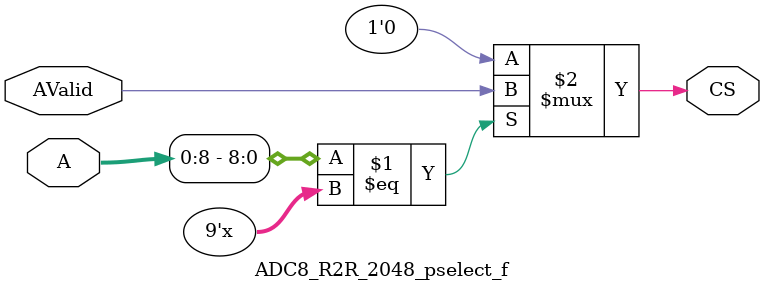
<source format=v>
`timescale 1 ps/1 ps

module ADC8_R2R_2048_pselect_f ( A, AValid, CS) ;

parameter C_AB  = 9;
parameter C_AW  = 32;
parameter [0:C_AW - 1] C_BAR =  'bz;
parameter C_FAMILY  = "nofamily";
input[0:C_AW-1] A; 
input AValid; 
output CS; 
wire CS;
parameter [0:C_AB-1]BAR = C_BAR[0:C_AB-1];

//----------------------------------------------------------------------------
// Build a behavioral decoder
//----------------------------------------------------------------------------
generate
if (C_AB > 0) begin : XST_WA
assign CS = (A[0:C_AB - 1] == BAR[0:C_AB - 1]) ? AValid : 1'b0 ;
end
endgenerate

generate
if (C_AB == 0) begin : PASS_ON_GEN
assign CS = AValid ;
end
endgenerate
endmodule

</source>
